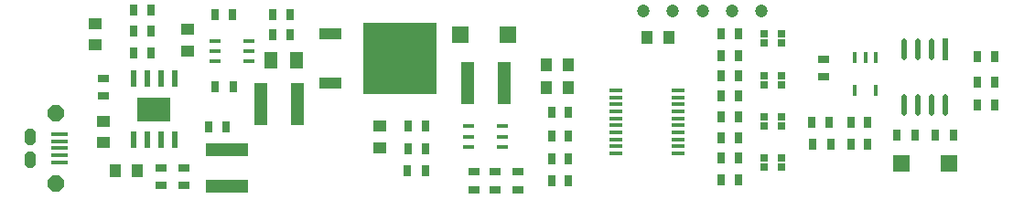
<source format=gtp>
%FSLAX25Y25*%
%MOIN*%
G70*
G01*
G75*
G04 Layer_Color=8421504*
%ADD10R,0.12402X0.08898*%
%ADD11R,0.02400X0.05906*%
%ADD12R,0.03150X0.03937*%
%ADD13R,0.03937X0.04724*%
%ADD14R,0.15748X0.05118*%
%ADD15R,0.03937X0.03150*%
%ADD16R,0.05118X0.15748*%
%ADD17R,0.03937X0.01575*%
G04:AMPARAMS|DCode=18|XSize=39.37mil|YSize=59.06mil|CornerRadius=0mil|HoleSize=0mil|Usage=FLASHONLY|Rotation=180.000|XOffset=0mil|YOffset=0mil|HoleType=Round|Shape=Octagon|*
%AMOCTAGOND18*
4,1,8,0.00984,-0.02953,-0.00984,-0.02953,-0.01969,-0.01969,-0.01969,0.01969,-0.00984,0.02953,0.00984,0.02953,0.01969,0.01969,0.01969,-0.01969,0.00984,-0.02953,0.0*
%
%ADD18OCTAGOND18*%

%ADD19P,0.06392X8X22.5*%
%ADD20R,0.05906X0.01378*%
%ADD21R,0.05118X0.01260*%
%ADD22R,0.04724X0.03937*%
%ADD23C,0.04724*%
%ADD24R,0.04724X0.05906*%
%ADD25R,0.07874X0.04134*%
%ADD26R,0.26772X0.25984*%
%ADD27R,0.06299X0.05906*%
%ADD28R,0.03150X0.02559*%
%ADD29R,0.01575X0.03937*%
%ADD30O,0.01969X0.07874*%
%ADD31R,0.01969X0.07874*%
%ADD32C,0.03937*%
%ADD33C,0.01969*%
%ADD34C,0.02756*%
%ADD35C,0.03150*%
%ADD36C,0.01181*%
%ADD37C,0.02362*%
%ADD38R,0.06850X0.08228*%
%ADD39C,0.02559*%
%ADD40O,0.05906X0.07874*%
%ADD41R,0.05906X0.05906*%
%ADD42C,0.05906*%
%ADD43R,0.05906X0.05906*%
%ADD44C,0.07087*%
%ADD45C,0.03937*%
%ADD46C,0.01969*%
%ADD47C,0.02756*%
%ADD48C,0.00984*%
%ADD49C,0.00500*%
%ADD50C,0.00787*%
%ADD51C,0.00472*%
%ADD52C,0.00591*%
%ADD53C,0.00492*%
%ADD54C,0.00709*%
%ADD55C,0.00394*%
D10*
X52342Y34866D02*
D03*
D11*
X44842Y23616D02*
D03*
X49842D02*
D03*
X54842D02*
D03*
X59842D02*
D03*
Y46116D02*
D03*
X54842D02*
D03*
X49842D02*
D03*
X44842D02*
D03*
D12*
X78730Y28520D02*
D03*
X72430D02*
D03*
X44831Y71130D02*
D03*
X51130D02*
D03*
Y63510D02*
D03*
X44831D02*
D03*
X51130Y55530D02*
D03*
X44831D02*
D03*
X197118Y33829D02*
D03*
X203417D02*
D03*
X81014Y69558D02*
D03*
X74715D02*
D03*
X95675D02*
D03*
X101974D02*
D03*
X102014Y62064D02*
D03*
X95715D02*
D03*
X151227Y12322D02*
D03*
X144534D02*
D03*
X151226Y20426D02*
D03*
X144927D02*
D03*
X151230Y28652D02*
D03*
X144931D02*
D03*
X203417Y8686D02*
D03*
X197118D02*
D03*
X203417Y16696D02*
D03*
X197118D02*
D03*
Y24936D02*
D03*
X203417D02*
D03*
X265367Y62276D02*
D03*
X259068D02*
D03*
X265367Y54558D02*
D03*
X259068D02*
D03*
X265367Y47138D02*
D03*
X259068D02*
D03*
X265367Y39608D02*
D03*
X259068D02*
D03*
X265367Y32188D02*
D03*
X259068D02*
D03*
X265367Y24288D02*
D03*
X259068D02*
D03*
X265367Y16968D02*
D03*
X259068D02*
D03*
X265367Y9138D02*
D03*
X259068D02*
D03*
X298345Y30150D02*
D03*
X292046D02*
D03*
X298962Y21990D02*
D03*
X292269D02*
D03*
X312415Y30090D02*
D03*
X306116D02*
D03*
Y22080D02*
D03*
X312415D02*
D03*
X323033Y25505D02*
D03*
X329726D02*
D03*
X336970Y25499D02*
D03*
X343663D02*
D03*
X358734Y54088D02*
D03*
X352435D02*
D03*
X352285Y44828D02*
D03*
X358584D02*
D03*
X358463Y36306D02*
D03*
X352163D02*
D03*
X81287Y43010D02*
D03*
X74594D02*
D03*
D13*
X46127Y12510D02*
D03*
X38253D02*
D03*
X203303Y42700D02*
D03*
X195429D02*
D03*
X203303Y51020D02*
D03*
X195429D02*
D03*
X239792Y61120D02*
D03*
X231919D02*
D03*
D14*
X78897Y19981D02*
D03*
Y6596D02*
D03*
D15*
X63420Y7060D02*
D03*
Y13360D02*
D03*
X34100Y39870D02*
D03*
Y46170D02*
D03*
X54890Y13260D02*
D03*
Y6960D02*
D03*
X169034Y12076D02*
D03*
Y5383D02*
D03*
X176554D02*
D03*
Y12076D02*
D03*
X184940Y5383D02*
D03*
Y12076D02*
D03*
X296402Y53057D02*
D03*
Y46758D02*
D03*
D16*
X91268Y36812D02*
D03*
X104654D02*
D03*
X179850Y44497D02*
D03*
X166464D02*
D03*
D17*
X179128Y21100D02*
D03*
Y28580D02*
D03*
Y24840D02*
D03*
X166923D02*
D03*
Y28580D02*
D03*
Y21100D02*
D03*
X74654Y52290D02*
D03*
Y59771D02*
D03*
Y56030D02*
D03*
X86859D02*
D03*
Y59771D02*
D03*
Y52290D02*
D03*
D18*
X7119Y24694D02*
D03*
Y16426D02*
D03*
D19*
X16567Y7765D02*
D03*
Y33355D02*
D03*
D20*
X17769Y20658D02*
D03*
Y23217D02*
D03*
Y18099D02*
D03*
Y15540D02*
D03*
Y25776D02*
D03*
D21*
X220727Y41756D02*
D03*
X243364D02*
D03*
X220727Y39197D02*
D03*
Y36638D02*
D03*
Y34079D02*
D03*
Y31519D02*
D03*
Y28960D02*
D03*
Y26401D02*
D03*
Y23842D02*
D03*
Y21283D02*
D03*
Y18724D02*
D03*
X243364Y39197D02*
D03*
Y36638D02*
D03*
Y34079D02*
D03*
Y31519D02*
D03*
Y28960D02*
D03*
Y26401D02*
D03*
Y23842D02*
D03*
Y21283D02*
D03*
Y18724D02*
D03*
D22*
X30780Y58323D02*
D03*
Y66197D02*
D03*
X34100Y30527D02*
D03*
Y22653D02*
D03*
X64760Y56043D02*
D03*
Y63917D02*
D03*
X134763Y20721D02*
D03*
Y28596D02*
D03*
D23*
X230712Y70689D02*
D03*
X241426D02*
D03*
X252141D02*
D03*
X262857D02*
D03*
X273571D02*
D03*
D24*
X104429Y52814D02*
D03*
X94980D02*
D03*
D25*
X116510Y62355D02*
D03*
X116510Y44245D02*
D03*
D26*
X142101Y53300D02*
D03*
D27*
X164044Y62130D02*
D03*
X181367D02*
D03*
X341841Y15235D02*
D03*
X324518D02*
D03*
D28*
X274730Y59052D02*
D03*
X281030D02*
D03*
X274730Y62398D02*
D03*
X281030D02*
D03*
X274730Y43812D02*
D03*
X281030D02*
D03*
X274730Y47158D02*
D03*
X281030D02*
D03*
X274730Y28729D02*
D03*
X281030D02*
D03*
X274730Y32076D02*
D03*
X281030D02*
D03*
X274730Y13802D02*
D03*
X281030D02*
D03*
X274730Y17148D02*
D03*
X281030D02*
D03*
D29*
X315202Y41663D02*
D03*
X307722D02*
D03*
X311462Y53868D02*
D03*
X307722D02*
D03*
X315202D02*
D03*
D30*
X335707Y56796D02*
D03*
X330707D02*
D03*
X325707D02*
D03*
X340707Y36323D02*
D03*
X335707D02*
D03*
X330707D02*
D03*
X325707D02*
D03*
D31*
X340707Y56796D02*
D03*
M02*

</source>
